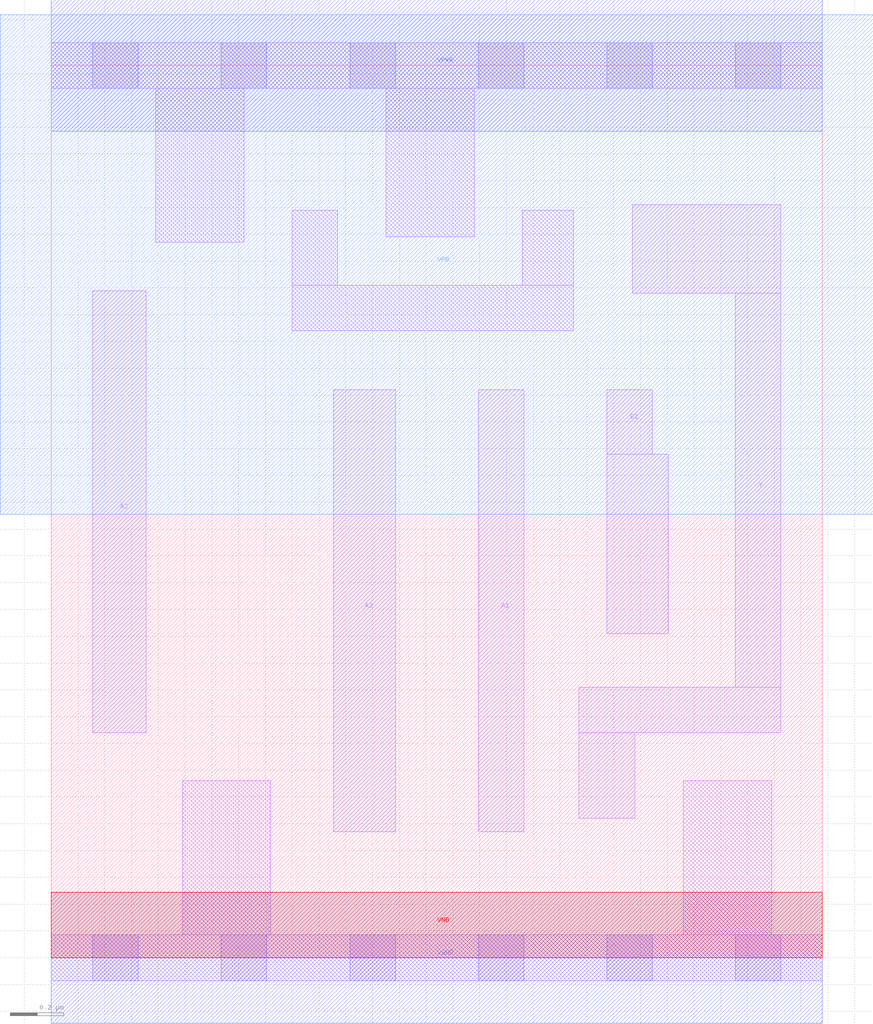
<source format=lef>
# Copyright 2020 The SkyWater PDK Authors
#
# Licensed under the Apache License, Version 2.0 (the "License");
# you may not use this file except in compliance with the License.
# You may obtain a copy of the License at
#
#     https://www.apache.org/licenses/LICENSE-2.0
#
# Unless required by applicable law or agreed to in writing, software
# distributed under the License is distributed on an "AS IS" BASIS,
# WITHOUT WARRANTIES OR CONDITIONS OF ANY KIND, either express or implied.
# See the License for the specific language governing permissions and
# limitations under the License.
#
# SPDX-License-Identifier: Apache-2.0

VERSION 5.7 ;
  NOWIREEXTENSIONATPIN ON ;
  DIVIDERCHAR "/" ;
  BUSBITCHARS "[]" ;
MACRO sky130_fd_sc_lp__a31oi_m
  CLASS CORE ;
  FOREIGN sky130_fd_sc_lp__a31oi_m ;
  ORIGIN  0.000000  0.000000 ;
  SIZE  2.880000 BY  3.330000 ;
  SYMMETRY X Y R90 ;
  SITE unit ;
  PIN A1
    ANTENNAGATEAREA  0.126000 ;
    DIRECTION INPUT ;
    USE SIGNAL ;
    PORT
      LAYER li1 ;
        RECT 1.595000 0.470000 1.765000 2.120000 ;
    END
  END A1
  PIN A2
    ANTENNAGATEAREA  0.126000 ;
    DIRECTION INPUT ;
    USE SIGNAL ;
    PORT
      LAYER li1 ;
        RECT 1.055000 0.470000 1.285000 2.120000 ;
    END
  END A2
  PIN A3
    ANTENNAGATEAREA  0.126000 ;
    DIRECTION INPUT ;
    USE SIGNAL ;
    PORT
      LAYER li1 ;
        RECT 0.155000 0.840000 0.355000 2.490000 ;
    END
  END A3
  PIN B1
    ANTENNAGATEAREA  0.126000 ;
    DIRECTION INPUT ;
    USE SIGNAL ;
    PORT
      LAYER li1 ;
        RECT 2.075000 1.210000 2.305000 1.880000 ;
        RECT 2.075000 1.880000 2.245000 2.120000 ;
    END
  END B1
  PIN Y
    ANTENNADIFFAREA  0.350700 ;
    DIRECTION OUTPUT ;
    USE SIGNAL ;
    PORT
      LAYER li1 ;
        RECT 1.970000 0.520000 2.180000 0.840000 ;
        RECT 1.970000 0.840000 2.725000 1.010000 ;
        RECT 2.170000 2.480000 2.725000 2.810000 ;
        RECT 2.555000 1.010000 2.725000 2.480000 ;
    END
  END Y
  PIN VGND
    DIRECTION INOUT ;
    USE GROUND ;
    PORT
      LAYER met1 ;
        RECT 0.000000 -0.245000 2.880000 0.245000 ;
    END
  END VGND
  PIN VNB
    DIRECTION INOUT ;
    USE GROUND ;
    PORT
      LAYER pwell ;
        RECT 0.000000 0.000000 2.880000 0.245000 ;
    END
  END VNB
  PIN VPB
    DIRECTION INOUT ;
    USE POWER ;
    PORT
      LAYER nwell ;
        RECT -0.190000 1.655000 3.070000 3.520000 ;
    END
  END VPB
  PIN VPWR
    DIRECTION INOUT ;
    USE POWER ;
    PORT
      LAYER met1 ;
        RECT 0.000000 3.085000 2.880000 3.575000 ;
    END
  END VPWR
  OBS
    LAYER li1 ;
      RECT 0.000000 -0.085000 2.880000 0.085000 ;
      RECT 0.000000  3.245000 2.880000 3.415000 ;
      RECT 0.390000  2.670000 0.720000 3.245000 ;
      RECT 0.490000  0.085000 0.820000 0.660000 ;
      RECT 0.900000  2.340000 1.950000 2.510000 ;
      RECT 0.900000  2.510000 1.070000 2.790000 ;
      RECT 1.250000  2.690000 1.580000 3.245000 ;
      RECT 1.760000  2.510000 1.950000 2.790000 ;
      RECT 2.360000  0.085000 2.690000 0.660000 ;
    LAYER mcon ;
      RECT 0.155000 -0.085000 0.325000 0.085000 ;
      RECT 0.155000  3.245000 0.325000 3.415000 ;
      RECT 0.635000 -0.085000 0.805000 0.085000 ;
      RECT 0.635000  3.245000 0.805000 3.415000 ;
      RECT 1.115000 -0.085000 1.285000 0.085000 ;
      RECT 1.115000  3.245000 1.285000 3.415000 ;
      RECT 1.595000 -0.085000 1.765000 0.085000 ;
      RECT 1.595000  3.245000 1.765000 3.415000 ;
      RECT 2.075000 -0.085000 2.245000 0.085000 ;
      RECT 2.075000  3.245000 2.245000 3.415000 ;
      RECT 2.555000 -0.085000 2.725000 0.085000 ;
      RECT 2.555000  3.245000 2.725000 3.415000 ;
  END
END sky130_fd_sc_lp__a31oi_m
END LIBRARY

</source>
